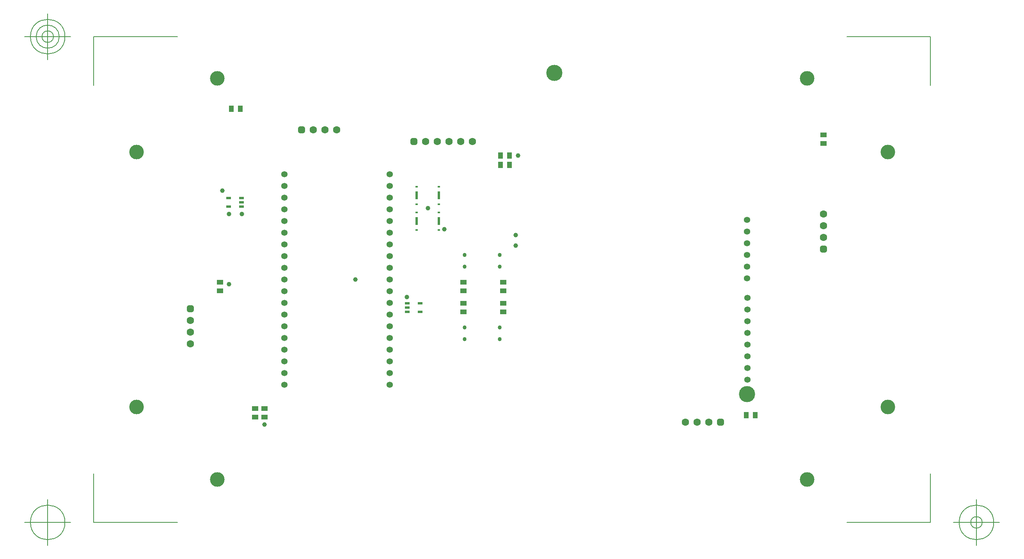
<source format=gbr>
G04 Generated by Ultiboard 14.2 *
%FSLAX24Y24*%
%MOIN*%

%ADD10C,0.0001*%
%ADD11C,0.0050*%
%ADD12C,0.0394*%
%ADD13R,0.0551X0.0413*%
%ADD14C,0.0534*%
%ADD15C,0.0337*%
%ADD16R,0.0433X0.0236*%
%ADD17R,0.0413X0.0551*%
%ADD18C,0.0633*%
%ADD19R,0.0208X0.0208*%
%ADD20C,0.0392*%
%ADD21R,0.0236X0.0657*%
%ADD22R,0.0236X0.0157*%
%ADD23C,0.1378*%
%ADD24C,0.1250*%


G04 ColorRGB FF00CC for the following layer *
%LNSolder Mask Top*%
%LPD*%
G54D10*
G54D11*
X-35743Y-20768D02*
X-35743Y-16614D01*
X-35743Y-20768D02*
X-28594Y-20768D01*
X35743Y-20768D02*
X28594Y-20768D01*
X35743Y-20768D02*
X35743Y-16614D01*
X35743Y20768D02*
X35743Y16614D01*
X35743Y20768D02*
X28594Y20768D01*
X-35743Y20768D02*
X-28594Y20768D01*
X-35743Y20768D02*
X-35743Y16614D01*
X-37711Y-20768D02*
X-41648Y-20768D01*
X-39680Y-22736D02*
X-39680Y-18799D01*
X-41156Y-20768D02*
G75*
D01*
G02X-41156Y-20768I1476J0*
G01*
X37711Y-20768D02*
X41648Y-20768D01*
X39680Y-22736D02*
X39680Y-18799D01*
X38203Y-20768D02*
G75*
D01*
G02X38203Y-20768I1477J0*
G01*
X39188Y-20768D02*
G75*
D01*
G02X39188Y-20768I492J0*
G01*
X-37711Y20768D02*
X-41648Y20768D01*
X-39680Y18799D02*
X-39680Y22736D01*
X-41156Y20768D02*
G75*
D01*
G02X-41156Y20768I1476J0*
G01*
X-40664Y20768D02*
G75*
D01*
G02X-40664Y20768I984J0*
G01*
X-40172Y20768D02*
G75*
D01*
G02X-40172Y20768I492J0*
G01*
G54D12*
X-21160Y-12400D03*
X-24760Y7600D03*
X-24200Y5600D03*
X-24200Y-400D03*
X-7200Y6100D03*
X-13400Y0D03*
X500Y10600D03*
X-5800Y4300D03*
X-9000Y-1500D03*
X-23100Y5600D03*
X300Y2900D03*
X300Y3800D03*
G54D13*
X-21960Y-11774D03*
X-21960Y-11026D03*
X-21160Y-11774D03*
X-21160Y-11026D03*
X-4160Y-2774D03*
X-4160Y-2026D03*
X-24960Y-974D03*
X-24960Y-226D03*
X-4160Y-974D03*
X-4160Y-226D03*
X26600Y12374D03*
X26600Y11626D03*
X-760Y-974D03*
X-760Y-226D03*
X-760Y-2774D03*
X-760Y-2026D03*
G54D14*
X-10460Y-9000D03*
X-10460Y-8000D03*
X-10460Y-7000D03*
X-10460Y-6000D03*
X-10460Y-5000D03*
X-10460Y-4000D03*
X-10460Y-3000D03*
X-10460Y-2000D03*
X-10460Y-1000D03*
X-10460Y0D03*
X-10460Y1000D03*
X-10460Y2000D03*
X-10460Y3000D03*
X-10460Y4000D03*
X-10460Y5000D03*
X-10460Y6000D03*
X-10460Y7000D03*
X-10460Y8000D03*
X-10460Y9000D03*
X-19460Y-9000D03*
X-19460Y-8000D03*
X-19460Y-7000D03*
X-19460Y-6000D03*
X-19460Y-5000D03*
X-19460Y-4000D03*
X-19460Y-3000D03*
X-19460Y-2000D03*
X-19460Y-1000D03*
X-19460Y0D03*
X-19460Y1000D03*
X-19460Y2000D03*
X-19460Y3000D03*
X-19460Y4000D03*
X-19460Y5000D03*
X-19460Y6000D03*
X-19460Y7000D03*
X-19460Y8000D03*
X-19460Y9000D03*
X20100Y-1555D03*
X20100Y-2555D03*
X20100Y-3555D03*
X20100Y-4555D03*
X20100Y-5555D03*
X20100Y-6555D03*
X20100Y-7555D03*
X20100Y-8555D03*
X20092Y86D03*
X20092Y1086D03*
X20092Y2086D03*
X20092Y3086D03*
X20092Y4086D03*
X20092Y5086D03*
G54D15*
X-4060Y-4100D03*
X-4060Y-5100D03*
X-1060Y-4100D03*
X-1060Y-5100D03*
X-1060Y1100D03*
X-1060Y2100D03*
X-4060Y1100D03*
X-4060Y2100D03*
G54D16*
X-24221Y6226D03*
X-23119Y6220D03*
X-24221Y6974D03*
X-23119Y6980D03*
X-23119Y6600D03*
X-8951Y-2400D03*
X-8951Y-2780D03*
X-7849Y-2774D03*
X-8951Y-2020D03*
X-7849Y-2026D03*
G54D17*
X-23974Y14600D03*
X-23226Y14600D03*
X-974Y10600D03*
X-226Y10600D03*
X20026Y-11600D03*
X20774Y-11600D03*
X-226Y9800D03*
X-974Y9800D03*
G54D18*
X-16000Y12800D03*
X-17000Y12800D03*
X-15000Y12800D03*
X-7400Y11800D03*
X-6400Y11800D03*
X-4400Y11800D03*
X-5400Y11800D03*
X-3400Y11800D03*
X15800Y-12200D03*
X16800Y-12200D03*
X14800Y-12200D03*
X26600Y4600D03*
X26600Y3600D03*
X26600Y5600D03*
X-27500Y-4500D03*
X-27500Y-3500D03*
X-27500Y-5500D03*
G54D19*
X-18000Y12800D03*
X-8400Y11800D03*
X17800Y-12200D03*
X26600Y2600D03*
X-27500Y-2500D03*
G54D20*
X-18104Y12696D02*
X-17896Y12696D01*
X-17896Y12904D01*
X-18104Y12904D01*
X-18104Y12696D01*D02*
X-8504Y11696D02*
X-8296Y11696D01*
X-8296Y11904D01*
X-8504Y11904D01*
X-8504Y11696D01*D02*
X17696Y-12304D02*
X17904Y-12304D01*
X17904Y-12096D01*
X17696Y-12096D01*
X17696Y-12304D01*D02*
X26496Y2496D02*
X26704Y2496D01*
X26704Y2704D01*
X26496Y2704D01*
X26496Y2496D01*D02*
X-27604Y-2604D02*
X-27396Y-2604D01*
X-27396Y-2396D01*
X-27604Y-2396D01*
X-27604Y-2604D01*D02*
G54D21*
X-6255Y7200D03*
X-8145Y7200D03*
X-6255Y5000D03*
X-8145Y5000D03*
G54D22*
X-6255Y7950D03*
X-8145Y7950D03*
X-6255Y6450D03*
X-8145Y6450D03*
X-6255Y5750D03*
X-8145Y5750D03*
X-6255Y4250D03*
X-8145Y4250D03*
G54D23*
X20092Y-9795D03*
X3596Y17665D03*
G54D24*
X32100Y-10900D03*
X32100Y10900D03*
X25200Y17200D03*
X-32100Y10900D03*
X-32100Y-10900D03*
X-25200Y-17100D03*
X25200Y-17100D03*
X-25200Y17200D03*

M02*

</source>
